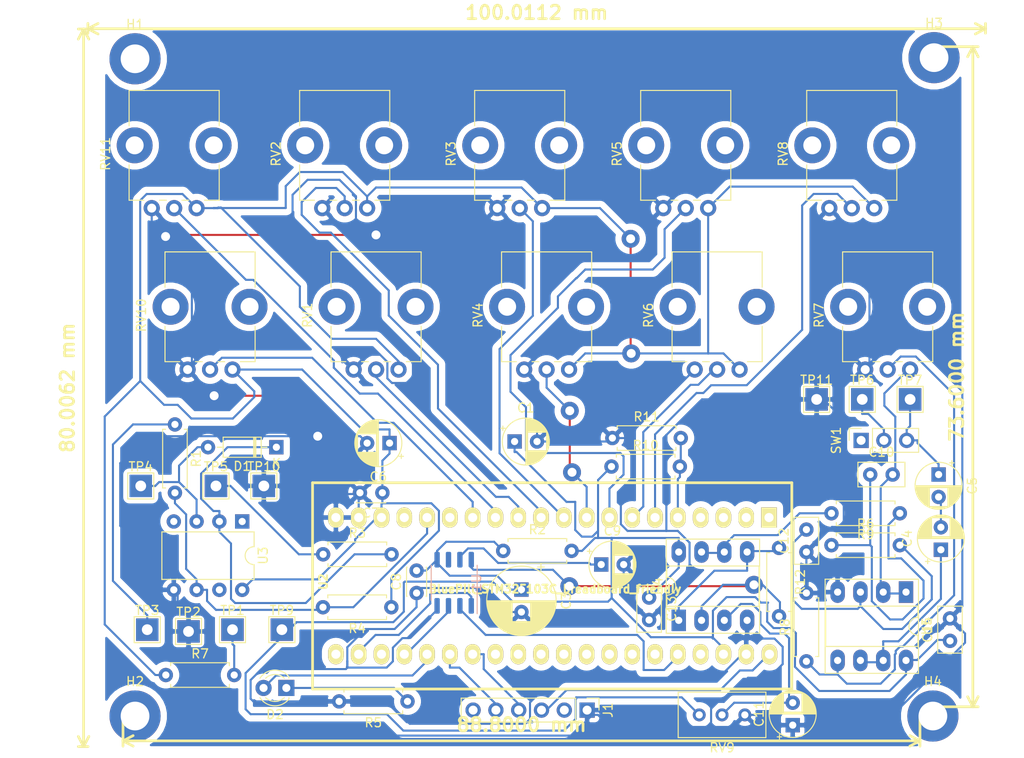
<source format=kicad_pcb>
(kicad_pcb (version 20211014) (generator pcbnew)
  (layers (0 "F.Cu" signal) (31 "B.Cu" signal) (34 "B.Paste" user) (35 "F.Paste" user) (36 "B.SilkS" user "B.Silkscreen") (37 "F.SilkS" user "F.Silkscreen") (38 "B.Mask" user) (39 "F.Mask" user) (44 "Edge.Cuts" user))
  (net 0 "")
  (net 1 "Net-(D1-Pad1)")
  (net 2 "Net-(D1-Pad2)")
  (net 3 "Net-(RV6-Pad2)")
  (net 4 "Net-(RV5-Pad2)")
  (net 5 "Net-(RV4-Pad2)")
  (net 6 "Net-(RV3-Pad2)")
  (net 7 "Net-(RV2-Pad2)")
  (net 8 "Net-(RV1-Pad2)")
  (net 9 "Net-(R1-Pad2)")
  (net 10 "+3V3")
  (net 11 "GND")
  (net 12 "Net-(D2-Pad2)")
  (net 13 "Net-(J1-Pad4)")
  (net 14 "Net-(J1-Pad3)")
  (net 15 "Net-(D2-Pad1)")
  (net 16 "Net-(R1-Pad1)")
  (net 17 "Net-(R3-Pad1)")
  (net 18 "Net-(R8-Pad1)")
  (net 19 "Net-(RV8-Pad2)")
  (net 20 "Net-(J1-Pad5)")
  (net 21 "DAC_out")
  (net 22 "Net-(R7-Pad2)")
  (net 23 "Net-(RV10-Pad2)")
  (net 24 "Net-(RV11-Pad2)")
  (net 25 "Net-(U1-Pad2)")
  (net 26 "Net-(U1-Pad3)")
  (net 27 "Net-(C4-Pad1)")
  (net 28 "Net-(C4-Pad2)")
  (net 29 "Net-(C5-Pad1)")
  (net 30 "Net-(R9-Pad2)")
  (net 31 "Net-(R10-Pad2)")
  (net 32 "Net-(C10-Pad1)")
  (net 33 "batt+")
  (net 34 "Net-(U1-Pad1)")
  (net 35 "Net-(C3-Pad1)")
  (net 36 "Net-(J1-Pad2)")
  (net 37 "Net-(J1-Pad6)")
  (net 38 "Net-(U2-Pad1)")
  (net 39 "Net-(U2-Pad2)")
  (net 40 "Net-(U2-Pad3)")
  (net 41 "Net-(U2-Pad4)")
  (net 42 "Net-(U2-Pad15)")
  (net 43 "Net-(U2-Pad17)")
  (net 44 "Net-(U2-Pad21)")
  (net 45 "Net-(U2-Pad23)")
  (net 46 "Net-(U2-Pad28)")
  (net 47 "Net-(U2-Pad29)")
  (net 48 "Net-(U2-Pad30)")
  (net 49 "Net-(U2-Pad31)")
  (net 50 "Net-(U2-Pad32)")
  (net 51 "Net-(U2-Pad33)")
  (net 52 "Net-(U2-Pad34)")
  (net 53 "Net-(U2-Pad35)")
  (net 54 "Net-(U2-Pad37)")
  (net 55 "Net-(U3-Pad4)")
  (net 56 "Net-(U3-Pad7)")
  (net 57 "Net-(U3-Pad1)")
  (net 58 "Net-(R12-Pad2)")
  (net 59 "Net-(C11-Pad2)")
  (net 60 "Net-(C9-Pad1)")
  (net 61 "/filter_out")
  (net 62 "Net-(C12-Pad2)")
  (net 63 "Net-(U1-Pad6)")
  (net 64 "Net-(SW1-Pad1)")
  (net 65 "Net-(SW1-Pad2)")
  (footprint "Diode_THT:D_DO-35_SOD27_P7.62mm_Horizontal" (layer "F.Cu") (at 64.389 65.659 180)
    (fp_text reference "D1")
    (fp_text value "1N914")
  )
  (footprint "LED_THT:LED_D3.0mm" (layer "F.Cu") (at 65.5 92.5 180)
    (fp_text reference "D2")
    (fp_text value "LED")
  )
  (footprint "Resistor_THT:R_Axial_DIN0207_L6.3mm_D2.5mm_P7.62mm_Horizontal" (layer "F.Cu") (at 53.086 63.119 -90)
    (fp_text reference "R1")
    (fp_text value "10")
  )
  (footprint "Resistor_THT:R_Axial_DIN0207_L6.3mm_D2.5mm_P7.62mm_Horizontal" (layer "F.Cu") (at 69.6 77.6)
    (fp_text reference "R3")
    (fp_text value "220")
  )
  (footprint "Resistor_THT:R_Axial_DIN0207_L6.3mm_D2.5mm_P7.62mm_Horizontal" (layer "F.Cu") (at 77.2 83.5 180)
    (fp_text reference "R4")
    (fp_text value "220")
  )
  (footprint "Resistor_THT:R_Axial_DIN0207_L6.3mm_D2.5mm_P7.62mm_Horizontal" (layer "F.Cu") (at 79 94 180)
    (fp_text reference "R5")
    (fp_text value "220")
  )
  (footprint "TestPoint:TestPoint_THTPad_2.5x2.5mm_Drill1.2mm" (layer "F.Cu") (at 59.5 86)
    (fp_text reference "TP1")
    (fp_text value "T4")
  )
  (footprint "TestPoint:TestPoint_THTPad_2.5x2.5mm_Drill1.2mm" (layer "F.Cu") (at 54.6 86.2)
    (fp_text reference "TP2")
    (fp_text value "T2")
  )
  (footprint "TestPoint:TestPoint_THTPad_2.5x2.5mm_Drill1.2mm" (layer "F.Cu") (at 50 86)
    (fp_text reference "TP3")
    (fp_text value "T5")
  )
  (footprint "TestPoint:TestPoint_THTPad_2.5x2.5mm_Drill1.2mm" (layer "F.Cu") (at 49.276 69.977)
    (fp_text reference "TP4")
    (fp_text value "IN5")
  )
  (footprint "TestPoint:TestPoint_THTPad_2.5x2.5mm_Drill1.2mm" (layer "F.Cu") (at 57.658 69.977)
    (fp_text reference "TP5")
    (fp_text value "IN4")
  )
  (footprint "TestPoint:TestPoint_THTPad_2.5x2.5mm_Drill1.2mm" (layer "F.Cu") (at 135.001 60.325)
    (fp_text reference "TP7")
    (fp_text value "outTip")
  )
  (footprint "TestPoint:TestPoint_THTPad_2.5x2.5mm_Drill1.2mm" (layer "F.Cu") (at 65 86)
    (fp_text reference "TP9")
    (fp_text value "Batt+")
  )
  (footprint "TestPoint:TestPoint_THTPad_2.5x2.5mm_Drill1.2mm" (layer "F.Cu") (at 62.992 69.977)
    (fp_text reference "TP10")
    (fp_text value "Batt-")
  )
  (footprint "TestPoint:TestPoint_THTPad_2.5x2.5mm_Drill1.2mm" (layer "F.Cu") (at 124.587 60.325)
    (fp_text reference "TP11")
    (fp_text value "GND")
  )
  (footprint "Resistor_THT:R_Axial_DIN0207_L6.3mm_D2.5mm_P7.62mm_Horizontal" (layer "F.Cu") (at 123.444 89.535 90)
    (fp_text reference "R8")
    (fp_text value "1k")
  )
  (footprint "Connector_PinHeader_2.54mm:PinHeader_1x06_P2.54mm_Vertical" (layer "F.Cu") (at 99.0092 94.9706 -90)
    (fp_text reference "J1")
    (fp_text value "Prog - GND")
  )
  (footprint "Resistor_THT:R_Axial_DIN0207_L6.3mm_D2.5mm_P7.62mm_Horizontal" (layer "F.Cu") (at 52.07 91.059)
    (fp_text reference "R7")
    (fp_text value "33")
  )
  (footprint "Resistor_THT:R_Axial_DIN0207_L6.3mm_D2.5mm_P7.62mm_Horizontal" (layer "F.Cu") (at 101.727 67.818)
    (fp_text reference "R10")
    (fp_text value "22k")
  )
  (footprint "Capacitor_THT:CP_Radial_D5.0mm_P2.50mm" (layer "F.Cu") (at 138.43 77.089 90)
    (fp_text reference "C4")
    (fp_text value "10u")
  )
  (footprint "Resistor_THT:R_Axial_DIN0207_L6.3mm_D2.5mm_P7.62mm_Horizontal" (layer "F.Cu") (at 101.827 64.639)
    (fp_text reference "R11")
    (fp_text value "22k")
  )
  (footprint "Capacitor_THT:CP_Radial_D5.0mm_P2.50mm" (layer "F.Cu") (at 138.176 68.707 -90)
    (fp_text reference "C5")
    (fp_text value "10u")
  )
  (footprint "Capacitor_THT:CP_Radial_D5.0mm_P2.50mm" (layer "F.Cu") (at 77 65.2 180)
    (fp_text reference "C6")
    (fp_text value "100u chem")
  )
  (footprint "Capacitor_THT:C_Disc_D3.0mm_W2.0mm_P2.50mm" (layer "F.Cu") (at 76.2 70.739 180)
    (fp_text reference "C7")
    (fp_text value "0.1u ceram")
  )
  (footprint "Package_DIP:DIP-8_W7.62mm" (layer "F.Cu") (at 60.579 73.9394 -90)
    (fp_text reference "U3")
    (fp_text value "6N138")
  )
  (footprint "Capacitor_THT:CP_Radial_D7.5mm_P2.50mm" (layer "F.Cu") (at 91.694 81.534 -90)
    (fp_text reference "C3")
    (fp_text value "1000uF")
  )
  (footprint "Package_DIP:DIP-8_W7.62mm_Socket_LongPads" (layer "F.Cu") (at 109.22 84.963 90)
    (fp_text reference "U4")
    (fp_text value "TL072")
  )
  (footprint "Capacitor_THT:CP_Radial_D5.0mm_P2.50mm" (layer "F.Cu") (at 100.584 78.74)
    (fp_text reference "C9")
    (fp_text value "1u")
  )
  (footprint "Capacitor_THT:C_Disc_D5.0mm_W2.5mm_P2.50mm" (layer "F.Cu") (at 130.556 68.707)
    (fp_text reference "C10")
    (fp_text value "1000p")
  )
  (footprint "Capacitor_THT:CP_Radial_D5.0mm_P2.50mm" (layer "F.Cu") (at 121.92 96.647 90)
    (fp_text reference "C11")
    (fp_text value "10u")
  )
  (footprint "Capacitor_THT:C_Disc_D5.0mm_W2.5mm_P2.50mm" (layer "F.Cu") (at 123.444 77.343 90)
    (fp_text reference "C12")
    (fp_text value "680p")
  )
  (footprint "Capacitor_THT:C_Disc_D5.0mm_W2.5mm_P2.50mm" (layer "F.Cu") (at 105.918 82.423 -90)
    (fp_text reference "C13")
    (fp_text value "100n")
  )
  (footprint "Capacitor_THT:C_Disc_D5.0mm_W2.5mm_P2.50mm" (layer "F.Cu") (at 139.446 87.249 90)
    (fp_text reference "C14")
    (fp_text value "100n")
  )
  (footprint "Resistor_THT:R_Axial_DIN0207_L6.3mm_D2.5mm_P7.62mm_Horizontal" (layer "F.Cu") (at 126.238 76.581)
    (fp_text reference "R6")
    (fp_text value "10k")
  )
  (footprint "Resistor_THT:R_Axial_DIN0207_L6.3mm_D2.5mm_P7.62mm_Horizontal" (layer "F.Cu") (at 133.858 73.025 180)
    (fp_text reference "R9")
    (fp_text value "10k")
  )
  (footprint "Resistor_THT:R_Axial_DIN0207_L6.3mm_D2.5mm_P7.62mm_Horizontal" (layer "F.Cu") (at 120.396 76.8858 -90)
    (fp_text reference "R12")
    (fp_text value "2.2k")
  )
  (footprint "Potentiometer_THT:Potentiometer_Bourns_3296W_Vertical" (layer "F.Cu") (at 111.506 95.504 180)
    (fp_text reference "RV9")
    (fp_text value "1k - bias")
  )
  (footprint "Package_DIP:DIP-8_W7.62mm_Socket_LongPads" (layer "F.Cu") (at 134.544 81.8136 -90)
    (fp_text reference "U5")
    (fp_text value "TL072")
  )
  (footprint "Connector_PinSocket_2.54mm:PinSocket_1x03_P2.54mm_Vertical" (layer "F.Cu") (at 129.54 64.897 90)
    (fp_text reference "SW1")
    (fp_text value "SW_SPDT")
  )
  (footprint "TestPoint:TestPoint_THTPad_2.5x2.5mm_Drill1.2mm" (layer "F.Cu") (at 129.667 60.325)
    (fp_text reference "TP6")
    (fp_text value "outRing")
  )
  (footprint "Capacitor_THT:C_Disc_D3.0mm_W2.0mm_P2.50mm" (layer "F.Cu") (at 80.01 81.915 90)
    (fp_text reference "C8")
    (fp_text value "100n")
  )
  (footprint "BluePill:BluePill_STM32F103C_breadboard_friendly" (layer "F.Cu") (at 119.23 73.5 -90)
    (fp_text reference "U2")
    (fp_text value "BluePill_STM32F103C_breadboard_friendly")
  )
  (footprint "MountingHole:MountingHole_3.2mm_M3_ISO7380_Pad" (layer "F.Cu") (at 48.641 22.352)
    (fp_text reference "H1")
    (fp_text value "MountingHole")
  )
  (footprint "MountingHole:MountingHole_3.2mm_M3_ISO7380_Pad" (layer "F.Cu") (at 48.641 95.631)
    (fp_text reference "H2")
    (fp_text value "MountingHole")
  )
  (footprint "MountingHole:MountingHole_3.2mm_M3_ISO7380_Pad" (layer "F.Cu") (at 137.668 22.225)
    (fp_text reference "H3")
    (fp_text value "MountingHole")
  )
  (footprint "MountingHole:MountingHole_3.2mm_M3_ISO7380_Pad" (layer "F.Cu") (at 137.541 95.631)
    (fp_text reference "H4")
    (fp_text value "MountingHole")
  )
  (footprint "Capacitor_THT:CP_Radial_D5.0mm_P2.50mm" (layer "F.Cu") (at 90.932 65.024)
    (fp_text reference "C1")
    (fp_text value "100u")
  )
  (footprint "Resistor_THT:R_Axial_DIN0207_L6.3mm_D2.5mm_P7.62mm_Horizontal" (layer "F.Cu") (at 89.662 77.216)
    (fp_text reference "R2")
    (fp_text value "10")
  )
  (footprint "Potentiometer_THT:Potentiometer_Alps_RK09K_Single_Vertical" (layer "F.Cu") (at 78 57 90)
    (fp_text reference "RV1")
    (fp_text value "10K")
  )
  (footprint "Potentiometer_THT:Potentiometer_Alps_RK09K_Single_Vertical" (layer "F.Cu") (at 74.5 39 90)
    (fp_text reference "RV2")
    (fp_text value "10K")
  )
  (footprint "Potentiometer_THT:Potentiometer_Alps_RK09K_Single_Vertical" (layer "F.Cu") (at 94 39 90)
    (fp_text reference "RV3")
    (fp_text value "10K")
  )
  (footprint "Potentiometer_THT:Potentiometer_Alps_RK09K_Single_Vertical" (layer "F.Cu") (at 97 57 90)
    (fp_text reference "RV4")
    (fp_text value "10K")
  )
  (footprint "Potentiometer_THT:Potentiometer_Alps_RK09K_Single_Vertical" (layer "F.Cu") (at 112.5 39 90)
    (fp_text reference "RV5")
    (fp_text value "10K")
  )
  (footprint "Potentiometer_THT:Potentiometer_Alps_RK09K_Single_Vertical" (layer "F.Cu") (at 116 57 90)
    (fp_text reference "RV6")
    (fp_text value "10K")
  )
  (footprint "Potentiometer_THT:Potentiometer_Alps_RK09K_Single_Vertical" (layer "F.Cu") (at 135 57 90)
    (fp_text reference "RV7")
    (fp_text value "10K")
  )
  (footprint "Potentiometer_THT:Potentiometer_Alps_RK09K_Single_Vertical" (layer "F.Cu") (at 131 39 90)
    (fp_text reference "RV8")
    (fp_text value "10K")
  )
  (footprint "Potentiometer_THT:Potentiometer_Alps_RK09K_Single_Vertical" (layer "F.Cu") (at 59.5 57 90)
    (fp_text reference "RV10")
    (fp_text value "10K")
  )
  (footprint "Potentiometer_THT:Potentiometer_Alps_RK09K_Single_Vertical" (layer "F.Cu") (at 55.5 39 90)
    (fp_text reference "RV11")
    (fp_text value "10K")
  )
  (footprint "Package_SO:SO-8_3.9x4.9mm_P1.27mm" (layer "B.Cu") (at 84.201 80.772 90)
    (fp_text reference "U1")
    (fp_text value "TDA1387")
  )
  (dimension (type aligned) (layer "F.SilkS") (pts (xy 43.408361 99.036718) (xy 43.408361 19.030469)) (height -0.499999) (gr_text "80.0062 mm" (at 41.108362 59.033594 90) (layer "F.SilkS") (effects (font (size 1.5 1.5) (thickness 0.3)))) (format (units 2) (units_format 1) (precision 4)) (style (thickness 0.3) (arrow_length 1.27) (text_position_mode 0) (extension_height 0.58642) (extension_offset 0) keep_text_aligned))
  (dimension (type aligned) (layer "F.SilkS") (pts (xy 47.3 95.6) (xy 136.1 95.6)) (height 2.8) (gr_text "88.8000 mm" (at 91.7 96.6) (layer "F.SilkS") (effects (font (size 1.5 1.5) (thickness 0.3)))) (format (units 2) (units_format 1) (precision 4)) (style (thickness 0.3) (arrow_length 1.27) (text_position_mode 0) (extension_height 0.58642) (extension_offset 0) keep_text_aligned))
  (dimension (type aligned) (layer "F.SilkS") (pts (xy 137.6 94.6) (xy 137.6 21)) (height 4.395385) (gr_text "73.6000 mm" (at 140.195385 57.8 90) (layer "F.SilkS") (effects (font (size 1.5 1.5) (thickness 0.3)))) (format (units 2) (units_format 1) (precision 4)) (style (thickness 0.3) (arrow_length 1.27) (text_position_mode 0) (extension_height 0.58642) (extension_offset 0) keep_text_aligned))
  (dimension (type aligned) (layer "F.SilkS") (pts (xy 143.400711 19.5) (xy 43.389462 19.5)) (height 0.5) (gr_text "100.0112 mm" (at 93.395087 17.2) (layer "F.SilkS") (effects (font (size 1.5 1.5) (thickness 0.3)))) (format (units 2) (units_format 1) (precision 4)) (style (thickness 0.3) (arrow_length 1.27) (text_position_mode 0) (extension_height 0.58642) (extension_offset 0) keep_text_aligned))
  (segment (start 59.3344 76.4001) (end 59.3344 82.5754) (width 0.23) (layer "B.Cu") (net 1))
  (segment (start 67.6656 83.0326) (end 73.0982 77.6) (width 0.23) (layer "B.Cu") (net 1))
  (segment (start 59.3344 82.5754) (end 59.7916 83.0326) (width 0.23) (layer "B.Cu") (net 1))
  (segment (start 58.039 73.3567) (end 58.039 72.7741) (width 0.23) (layer "B.Cu") (net 1))
  (segment (start 55.9973 68.6136) (end 55.9973 71.3987) (width 0.23) (layer "B.Cu") (net 1))
  (segment (start 73.0982 77.6) (end 77.22 77.6) (width 0.23) (layer "B.Cu") (net 1))
  (segment (start 58.9519 65.659) (end 55.9973 68.6136) (width 0.23) (layer "B.Cu") (net 1))
  (segment (start 55.9973 71.3987) (end 57.3727 72.7741) (width 0.23) (layer "B.Cu") (net 1))
  (segment (start 58.039 73.9394) (end 58.039 75.1047) (width 0.23) (layer "B.Cu") (net 1))
  (segment (start 58.039 75.1047) (end 59.3344 76.4001) (width 0.23) (layer "B.Cu") (net 1))
  (segment (start 59.7916 83.0326) (end 67.6656 83.0326) (width 0.23) (layer "B.Cu") (net 1))
  (segment (start 57.3727 72.7741) (end 58.039 72.7741) (width 0.23) (layer "B.Cu") (net 1))
  (segment (start 58.039 73.3567) (end 58.039 73.9394) (width 0.23) (layer "B.Cu") (net 1))
  (segment (start 64.389 65.659) (end 58.9519 65.659) (width 0.23) (layer "B.Cu") (net 1))
  (segment (start 56.769 65.659) (end 55.6037 65.659) (width 0.23) (layer "B.Cu") (net 2))
  (segment (start 55.499 71.5011) (end 55.499 73.9394) (width 0.23) (layer "B.Cu") (net 2))
  (segment (start 53.543 67.7197) (end 55.6037 65.659) (width 0.23) (layer "B.Cu") (net 2))
  (segment (start 53.543 69.5451) (end 53.543 67.7197) (width 0.23) (layer "B.Cu") (net 2))
  (segment (start 53.543 69.5451) (end 55.499 71.5011) (width 0.23) (layer "B.Cu") (net 2))
  (segment (start 49.276 69.977) (end 50.8913 69.977) (width 0.23) (layer "B.Cu") (net 2))
  (segment (start 53.543 69.5451) (end 51.3232 69.5451) (width 0.23) (layer "B.Cu") (net 2))
  (segment (start 51.3232 69.5451) (end 50.8913 69.977) (width 0.23) (layer "B.Cu") (net 2))
  (segment (start 113.1038 57) (end 111.4044 58.6994) (width 0.23) (layer "B.Cu") (net 3))
  (segment (start 105.2697 72.2711) (end 104.0408 73.5) (width 0.23) (layer "B.Cu") (net 3))
  (segment (start 113.5 57) (end 113.1038 57) (width 0.23) (layer "B.Cu") (net 3))
  (segment (start 105.2697 63.9705) (end 105.2697 72.2711) (width 0.23) (layer "B.Cu") (net 3))
  (segment (start 111.4044 58.6994) (end 110.5408 58.6994) (width 0.23) (layer "B.Cu") (net 3))
  (segment (start 110.5408 58.6994) (end 105.2697 63.9705) (width 0.23) (layer "B.Cu") (net 3))
  (segment (start 103.0732 68.7089) (end 103.0732 66.675) (width 0.23) (layer "B.Cu") (net 4))
  (segment (start 92.202 61.1968) (end 90.4748 59.4696) (width 0.23) (layer "B.Cu") (net 4))
  (segment (start 90.4748 59.4696) (end 90.4748 55.3974) (width 0.23) (layer "B.Cu") (net 4))
  (segment (start 90.4748 55.3974) (end 95.758 50.1142) (width 0.23) (layer "B.Cu") (net 4))
  (segment (start 97.8408 46.8122) (end 98.806 45.847) (width 0.23) (layer "B.Cu") (net 4))
  (segment (start 97.79 46.8122) (end 97.8408 46.8122) (width 0.23) (layer "B.Cu") (net 4))
  (segment (start 102.7048 66.3066) (end 92.494 66.3066) (width 0.23) (layer "B.Cu") (net 4))
  (segment (start 107.6452 41.3548) (end 110 39) (width 0.23) (layer "B.Cu") (net 4))
  (segment (start 98.806 45.847) (end 106.3244 45.847) (width 0.23) (layer "B.Cu") (net 4))
  (segment (start 92.202 66.0146) (end 92.202 61.1968) (width 0.23) (layer "B.Cu") (net 4))
  (segment (start 103.0732 66.675) (end 102.7048 66.3066) (width 0.23) (layer "B.Cu") (net 4))
  (segment (start 92.494 66.3066) (end 92.202 66.0146) (width 0.23) (layer "B.Cu") (net 4))
  (segment (start 107.6452 44.5262) (end 107.6452 41.3548) (width 0.23) (layer "B.Cu") (net 4))
  (segment (start 106.3244 45.847) (end 107.6452 44.5262) (width 0.23) (layer "B.Cu") (net 4))
  (segment (start 101.5008 70.2813) (end 103.0732 68.7089) (width 0.23) (layer "B.Cu") (net 4))
  (segment (start 95.758 50.1142) (end 95.758 48.8442) (width 0.23) (layer "B.Cu") (net 4))
  (segment (start 101.5008 73.5) (end 101.5008 70.2813) (width 0.23) (layer "B.Cu") (net 4))
  (segment (start 95.758 48.8442) (end 97.79 46.8122) (width 0.23) (layer "B.Cu") (net 4))
  (segment (start 97.0788 61.595) (end 97.0788 68.199) (width 0.23) (layer "F.Cu") (net 5))
  (segment (start 97.0788 68.199) (end 97.3328 68.453) (width 0.23) (layer "F.Cu") (net 5))
  (via (at 97.3328 68.453) (size 2) (drill 1) (layers "F.Cu" "B.Cu") (net 5))
  (via (at 97.0788 61.595) (size 2) (drill 1) (layers "F.Cu" "B.Cu") (net 5))
  (segment (start 97.0788 61.595) (end 97.3836 61.8998) (width 0.23) (layer "B.Cu") (net 5))
  (segment (start 97.3328 68.453) (end 97.3328 68.453) (width 0.23) (layer "B.Cu") (net 5))
  (segment (start 98.9608 73.5) (end 98.9608 70.081) (width 0.23) (layer "B.Cu") (net 5))
  (segment (start 94.5 57) (end 94.5 59.0162) (width 0.23) (layer "B.Cu") (net 5))
  (segment (start 94.5 59.0162) (end 97.0788 61.595) (width 0.23) (layer "B.Cu") (net 5))
  (segment (start 98.9608 70.081) (end 97.3328 68.453) (width 0.23) (layer "B.Cu") (net 5))
  (segment (start 92.964 40.464) (end 91.5 39) (width 0.23) (layer "B.Cu") (net 6))
  (segment (start 96.4208 73.5) (end 89.2556 66.3348) (width 0.23) (layer "B.Cu") (net 6))
  (segment (start 89.2556 66.3348) (end 89.2556 54.7176) (width 0.23) (layer "B.Cu") (net 6))
  (segment (start 89.2556 54.7176) (end 92.964 51.0092) (width 0.23) (layer "B.Cu") (net 6))
  (segment (start 92.964 51.0092) (end 92.964 40.464) (width 0.23) (layer "B.Cu") (net 6))
  (segment (start 76.9112 48.1838) (end 70.4596 41.7322) (width 0.23) (layer "B.Cu") (net 7))
  (segment (start 93.8808 73.5) (end 93.8808 72.8209) (width 0.23) (layer "B.Cu") (net 7))
  (segment (start 72 37.6846) (end 72 39) (width 0.23) (layer "B.Cu") (net 7))
  (segment (start 82.3952 61.3353) (end 82.3952 56.4618) (width 0.23) (layer "B.Cu") (net 7))
  (segment (start 70.4596 41.7322) (end 69.1896 41.7322) (width 0.23) (layer "B.Cu") (net 7))
  (segment (start 82.3952 56.4618) (end 76.9112 50.9778) (width 0.23) (layer "B.Cu") (net 7))
  (segment (start 69.1896 41.7322) (end 67.2084 39.751) (width 0.23) (layer "B.Cu") (net 7))
  (segment (start 76.9112 50.9778) (end 76.9112 48.1838) (width 0.23) (layer "B.Cu") (net 7))
  (segment (start 93.8808 72.8209) (end 82.3952 61.3353) (width 0.23) (layer "B.Cu") (net 7))
  (segment (start 67.2084 38.3286) (end 68.7832 36.7538) (width 0.23) (layer "B.Cu") (net 7))
  (segment (start 67.2084 39.751) (end 67.2084 38.3286) (width 0.23) (layer "B.Cu") (net 7))
  (segment (start 68.7832 36.7538) (end 71.0692 36.7538) (width 0.23) (layer "B.Cu") (net 7))
  (segment (start 71.0692 36.7538) (end 72 37.6846) (width 0.23) (layer "B.Cu") (net 7))
  (segment (start 75.5 57.847) (end 75.5 57) (width 0.23) (layer "B.Cu") (net 8))
  (segment (start 90.2716 71.1962) (end 88.8492 71.1962) (width 0.23) (layer "B.Cu") (net 8))
  (segment (start 88.8492 71.1962) (end 75.5 57.847) (width 0.23) (layer "B.Cu") (net 8))
  (segment (start 91.3408 72.2654) (end 90.2716 71.1962) (width 0.23) (layer "B.Cu") (net 8))
  (segment (start 91.3408 73.5) (end 91.3408 72.2654) (width 0.23) (layer "B.Cu") (net 8))
  (segment (start 72.9679 83.5) (end 69.58 83.5) (width 0.23) (layer "B.Cu") (net 9))
  (segment (start 53.086 70.739) (end 53.086 71.9043) (width 0.23) (layer "B.Cu") (net 9))
  (segment (start 56.6643 81.5594) (end 55.499 81.5594) (width 0.23) (layer "B.Cu") (net 9))
  (segment (start 55.499 81.5594) (end 55.499 80.3941) (width 0.23) (layer "B.Cu") (net 9))
  (segment (start 81.1808 73.5) (end 81.1808 75.2871) (width 0.23) (layer "B.Cu") (net 9))
  (segment (start 54.3337 73.152) (end 53.086 71.9043) (width 0.23) (layer "B.Cu") (net 9))
  (segment (start 54.3337 79.2288) (end 54.3337 73.152) (width 0.23) (layer "B.Cu") (net 9))
  (segment (start 56.6643 82.8009) (end 56.6643 81.5594) (width 0.23) (layer "B.Cu") (net 9))
  (segment (start 81.1808 75.2871) (end 72.9679 83.5) (width 0.23) (layer "B.Cu") (net 9))
  (segment (start 69.2854 83.7946) (end 57.658 83.7946) (width 0.23) (layer "B.Cu") (net 9))
  (segment (start 69.58 83.5) (end 69.2854 83.7946) (width 0.23) (layer "B.Cu") (net 9))
  (segment (start 55.499 80.3941) (end 54.3337 79.2288) (width 0.23) (layer "B.Cu") (net 9))
  (segment (start 57.658 83.7946) (end 56.6643 82.8009) (width 0.23) (layer "B.Cu") (net 9))
  (segment (start 103.8606 55.137) (end 103.9273 55.2037) (width 0.23) (layer "F.Cu") (net 10))
  (segment (start 103.8606 42.418) (end 103.8606 55.137) (width 0.23) (layer "F.Cu") (net 10))
  (via (at 103.8606 42.418) (size 2) (drill 1) (layers "F.Cu" "B.Cu") (net 10))
  (via (at 103.9273 55.2037) (size 2) (drill 1) (layers "F.Cu" "B.Cu") (net 10))
  (segment (start 103.9273 55.2037) (end 98.7963 55.2037) (width 0.23) (layer "B.Cu") (net 10))
  (segment (start 103.8606 42.418) (end 103.9368 42.4942) (width 0.23) (layer "B.Cu") (net 10))
  (segment (start 61.9252 59.4252) (end 59.5 57) (width 0.23) (layer "B.Cu") (net 10))
  (segment (start 77.2 80.2636) (end 82.4992 74.9644) (width 0.23) (layer "B.Cu") (net 10))
  (segment (start 58.2168 38.9382) (end 57.912 38.9382) (width 0.23) (layer "B.Cu") (net 10))
  (segment (start 75.5868 73.5) (end 73.1676 75.9192) (width 0.23) (layer "B.Cu") (net 10))
  (segment (start 112.5 39) (end 112.5 55.2037) (width 0.23) (layer "B.Cu") (net 10))
  (segment (start 49.2162 58.2779) (end 49.2162 38.1471) (width 0.23) (layer "B.Cu") (net 10))
  (segment (start 81.6575 71.9105) (end 76.2 71.9105) (width 0.23) (layer "B.Cu") (net 10))
  (segment (start 50.9016 91.059) (end 45.2628 85.4202) (width 0.23) (layer "B.Cu") (net 10))
  (segment (start 77 65.2) (end 77 66.3653) (width 0.23) (layer "B.Cu") (net 10))
  (segment (start 68.9834 80.394) (end 61.7444 80.394) (width 0.23) (layer "B.Cu") (net 10))
  (segment (start 53.9269 37.4269) (end 55.5 39) (width 0.23) (layer "B.Cu") (net 10))
  (segment (start 76.1008 73.0598) (end 76.1008 72.0097) (width 0.23) (layer "B.Cu") (net 10))
  (segment (start 100.4426 39) (end 103.8606 42.418) (width 0.23) (layer "B.Cu") (net 10))
  (segment (start 73.93975 63.6778) (end 77 63.6778) (width 0.23) (layer "B.Cu") (net 10))
  (segment (start 70.5612 53.5686) (end 67.0052 50.0126) (width 0.23) (layer "B.Cu") (net 10))
  (segment (start 67.0052 34.9758) (end 65.4304 36.5506) (width 0.23) (layer "B.Cu") (net 10))
  (segment (start 116 57) (end 114.2037 55.2037) (width 0.23) (layer "B.Cu") (net 10))
  (segment (start 61.7444 80.394) (end 60.579 81.5594) (width 0.23) (layer "B.Cu") (net 10))
  (segment (start 74.5 39) (end 74.5 37.6969) (width 0.23) (layer "B.Cu") (net 10))
  (segment (start 114.2037 55.2037) (end 112.5 55.2037) (width 0.23) (layer "B.Cu") (net 10))
  (segment (start 65.4304 38.989) (end 57.426 38.989) (width 0.23) (layer "B.Cu") (net 10))
  (segment (start 49.9364 37.4269) (end 53.9269 37.4269) (width 0.23) (layer "B.Cu") (net 10))
  (segment (start 45.2628 85.4202) (end 45.2628 62.2313) (width 0.23) (layer "B.Cu") (net 10))
  (segment (start 59.5376 62.4586) (end 61.9252 60.071) (width 0.23) (layer "B.Cu") (net 10))
  (segment (start 51.8729 60.9346) (end 53.3908 60.9346) (width 0.23) (layer "B.Cu") (net 10))
  (segment (start 94 39) (end 91.703 36.703) (width 0.23) (layer "B.Cu") (net 10))
  (segment (start 76.1008 73.0598) (end 76.1008 73.5) (width 0.23) (layer "B.Cu") (net 10))
  (segment (start 77.2 83.5) (end 77.2 80.2636) (width 0.23) (layer "B.Cu") (net 10))
  (segment (start 112.5 55.2037) (end 103.9273 55.2037) (width 0.23) (layer "B.Cu") (net 10))
  (segment (start 49.2162 58.2779) (end 51.8729 60.9346) (width 0.23) (layer "B.Cu") (net 10))
  (segment (start 65.4304 36.5506) (end 65.4304 38.989) (width 0.23) (layer "B.Cu") (net 10))
  (segment (start 78 56.0798) (end 75.4888 53.5686) (width 0.23) (layer "B.Cu") (net 10))
  (segment (start 45.2628 62.2313) (end 49.2162 58.2779) (width 0.23) (layer "B.Cu") (net 10))
  (segment (start 53.3908 60.9346) (end 54.9148 62.4586) (width 0.23) (layer "B.Cu") (net 10))
  (segment (start 114.8986 36.6014) (end 128.6014 36.6014) (width 0.23) (layer "B.Cu") (net 10))
  (segment (start 98.7963 55.2037) (end 97 57) (width 0.23) (layer "B.Cu") (net 10))
  (segment (start 57.912 38.9382) (end 57.8502 39) (width 0.23) (layer "B.Cu") (net 10))
  (segment (start 91.703 36.703) (end 75.4939 36.703) (width 0.23) (layer "B.Cu") (net 10))
  (segment (start 76.1008 72.0097) (end 76.2 71.9105) (width 0.23) (layer "B.Cu") (net 10))
  (segment (start 61.9252 60.071) (end 61.9252 59.4252) (width 0.23) (layer "B.Cu") (net 10))
  (segment (start 67.0052 50.0126) (end 67.0052 47.7266) (width 0.23) (layer "B.Cu") (net 10))
  (segment (start 75.4939 36.703) (end 74.5 37.6969) (width 0.23) (layer "B.Cu") (net 10))
  (segment (start 76.2 71.9105) (end 76.2 70.739) (width 0.23) (layer "B.Cu") (net 10))
  (segment (start 74.5 37.6969) (end 71.7789 34.9758) (width 0.23) (layer "B.Cu") (net 10))
  (segment (start 67.26195 57) (end 73.93975 63.6778) (width 0.23) (layer "B.Cu") (net 10))
  (segment (start 71.7789 34.9758) (end 67.0052 34.9758) (width 0.23) (layer "B.Cu") (net 10))
  (segment (start 76.2 67.1653) (end 76.2 70.739) (width 0.23) (layer "B.Cu") (net 10))
  (segment (start 77 63.6778) (end 77 65.2) (width 0.23) (layer "B.Cu") (net 10))
  (segment (start 57.8502 39) (end 57.415 39) (width 0.23) (layer "B.Cu") (net 10))
  (segment (start 82.4992 74.9644) (end 82.4992 72.7522) (width 0.23) (layer "B.Cu") (net 10))
  (segment (start 54.9148 62.4586) (end 59.5376 62.4586) (width 0.23) (layer "B.Cu") (net 10))
  (segment (start 112.5 39) (end 114.8986 36.6014) (width 0.23) (layer "B.Cu") (net 10))
  (segment (start 75.4888 53.5686) (end 70.5612 53.5686) (width 0.23) (layer "B.Cu") (net 10))
  (segment (start 49.2162 38.1471) (end 49.9364 37.4269) (width 0.23) (layer "B.Cu") (net 10))
  (segment (start 77 66.3653) (end 76.2 67.1653) (width 0.23) (layer "B.Cu") (net 10))
  (segment (start 57.415 39) (end 55.5 39) (width 0.23) (layer "B.Cu") (net 10))
  (segment (start 128.6014 36.6014) (end 131 39) (width 0.23) (layer "B.Cu") (net 10))
  (segment (start 57.426 38.989) (end 57.415 39) (width 0.23) (layer "B.Cu") (net 10))
  (segment (start 59.5 57) (end 67.26195 57) (width 0.23) (layer "B.Cu") (net 10))
  (segment (start 94 39) (end 100.4426 39) (width 0.23) (layer "B.Cu") (net 10))
  (segment (start 52.07 91.059) (end 50.9016 91.059) (width 0.23) (layer "B.Cu") (net 10))
  (segment (start 73.1676 76.2098) (end 68.9834 80.394) (width 0.23) (layer "B.Cu") (net 10))
  (segment (start 73.1676 75.9192) (end 73.1676 76.2098) (width 0.23) (layer "B.Cu") (net 10))
  (segment (start 82.4992 72.7522) (end 81.6575 71.9105) (width 0.23) (layer "B.Cu") (net 10))
  (segment (start 67.0052 47.7266) (end 58.2168 38.9382) (width 0.23) (layer "B.Cu") (net 10))
  (segment (start 76.1008 73.5) (end 75.5868 73.5) (width 0.23) (layer "B.Cu") (net 10))
  (segment (start 78 57) (end 78 56.0798) (width 0.23) (layer "B.Cu") (net 10))
  (segment (start 57.4548 59.9186) (end 64.4826 59.9186) (width 0.23) (layer "F.Cu") (net 11))
  (segment (start 52.2224 41.9862) (end 52.0446 42.164) (width 0.23) (layer "F.Cu") (net 11))
  (segment (start 75.4888 41.9862) (end 52.2224 41.9862) (width 0.23) (layer "F.Cu") (net 11))
  (segment (start 64.4826 59.9186) (end 68.9951 64.4311) (width 0.23) (layer "F.Cu") (net 11))
  (via (at 75.4888 41.9862) (size 2) (drill 1) (layers "F.Cu" "B.Cu") (net 11))
  (via (at 52.0446 42.164) (size 2) (drill 1) (layers "F.Cu" "B.Cu") (net 11))
  (via (at 57.4548 59.9186) (size 2) (drill 1) (layers "F.Cu" "B.Cu") (net 11))
  (via (at 68.9951 64.4311) (size 2) (drill 1) (layers "F.Cu" "B.Cu") (net 11))
  (segment (start 52.0446 42.164) (end 54.9726 45.092) (width 0.23) (layer "B.Cu") (net 11))
  (segment (start 75.4888 41.9862) (end 75.4888 41.9862) (width 0.23) (layer "B.Cu") (net 11))
  (segment (start 57.4548 59.9186) (end 57.4548 59.9186) (width 0.23) (layer "B.Cu") (net 11))
  (segment (start 130.1496 35.5854) (end 110.9146 35.5854) (width 0.23) (layer "B.Cu") (net 11))
  (segment (start 77.5716 85.9282) (end 80.01 83.4898) (width 0.23) (layer "B.Cu") (net 11))
  (segment (start 57.3532 59.817) (end 57.4548 59.9186) (width 0.23) (layer "B.Cu") (net 11))
  (segment (start 75.3364 41.1226) (end 75.3364 41.8338) (width 0.23) (layer "B.Cu") (net 11))
  (segment (start 103.518 74.9904) (end 102.7708 74.2432) (width 0.23) (layer "B.Cu") (net 11))
  (segment (start 116.8005 87.2497) (end 116.7408 87.2497) (width 0.23) (layer "B.Cu") (net 11))
  (segment (start 116.7408 88.2998) (end 113.6768 91.3638) (width 0.23) (layer "B.Cu") (net 11))
  (segment (start 92.65 94.1162) (end 92.65 95.9692) (width 0.23) (layer "B.Cu") (net 11))
  (segment (start 140.8176 83.3774) (end 139.446 84.749) (width 0.23) (layer "B.Cu") (net 11))
  (segment (start 73.7311 64.4311) (end 68.9951 64.4311) (width 0.23) (layer "B.Cu") (net 11))
  (segment (start 110.4269 76.2997) (end 109.1176 74.9904) (width 0.23) (layer "B.Cu") (net 11))
  (segment (start 72.2908 90.147) (end 72.2908 89.5126) (width 0.23) (layer "B.Cu") (net 11))
  (segment (start 101.5655 96.8502) (end 100.2153 95.5) (width 0.23) (layer "B.Cu") (net 11))
  (segment (start 120.8024 89.8398) (end 120.8024 87.9094) (width 0.23) (layer "B.Cu") (net 11))
  (segment (start 73 57) (end 74.6534 55.3466) (width 0.23) (layer "B.Cu") (net 11))
  (segment (start 116.586 95.504) (end 115.2398 96.8502) (width 0.23) (layer "B.Cu") (net 11))
  (segment (start 130 57) (end 129.5273 57) (width 0.23) (layer "B.Cu") (net 11))
  (segment (start 78.8924 58.4962) (end 79.6036 57.785) (width 0.23) (layer "B.Cu") (net 11))
  (segment (start 86.8774 41.1226) (end 89 39) (width 0.23) (layer "B.Cu") (net 11))
  (segment (start 139.446 84.749) (end 141.1224 86.4254) (width 0.23) (layer "B.Cu") (net 11))
  (segment (start 126.2888 74.549) (end 123.4948 77.343) (width 0.23) (layer "B.Cu") (net 11))
  (segment (start 72.2908 87.9587) (end 74.3213 85.9282) (width 0.23) (layer "B.Cu") (net 11))
  (segment (start 120.8024 87.9094) (end 119.888 86.995) (width 0.23) (layer "B.Cu") (net 11))
  (segment (start 103.9368 65.2148) (end 103.361 64.639) (width 0.23) (layer "B.Cu") (net 11))
  (segment (start 76.754999 56.155599) (end 76.754999 57.984399) (width 0.23) (layer "B.Cu") (net 11))
  (segment (start 119.888 86.995) (end 117.0552 86.995) (width 0.23) (layer "B.Cu") (net 11))
  (segment (start 73.5608 70.8782) (end 73.7 70.739) (width 0.23) (layer "B.Cu") (net 11))
  (segment (start 119.6117 95.504) (end 120.7547 96.647) (width 0.23) (layer "B.Cu") (net 11))
  (segment (start 54.9726 56.5274) (end 54.5 57) (width 0.23) (layer "B.Cu") (net 11))
  (segment (start 110.4269 80.4141) (end 110.4269 76.2997) (width 0.23) (layer "B.Cu") (net 11))
  (segment (start 113.6768 91.3638) (end 95.4024 91.3638) (width 0.23) (layer "B.Cu") (net 11))
  (segment (start 74.3213 85.9282) (end 77.5716 85.9282) (width 0.23) (layer "B.Cu") (net 11))
  (segment (start 75.3872 50.890452) (end 75.3872 49.1998) (width 0.23) (layer "B.Cu") (net 11))
  (segment (start 135.8392 54.4322) (end 140.8176 59.4106) (width 0.23) (layer "B.Cu") (net 11))
  (segment (start 69.5 39) (end 71.6226 41.1226) (width 0.23) (layer "B.Cu") (net 11))
  (segment (start 126.924 81.8136) (end 126.8226 81.915) (width 0.23) (layer "B.Cu") (net 11))
  (segment (start 74.5 65.2) (end 74.5 69.939) (width 0.23) (layer "B.Cu") (net 11))
  (segment (start 71.4248 35.8394) (end 73.254999 37.669599) (width 0.23) (layer "B.Cu") (net 11))
  (segment (start 105.918 84.923) (end 110.4269 80.4141) (width 0.23) (layer "B.Cu") (net 11))
  (segment (start 101.827 64.639) (end 101.442 65.024) (width 0.23) (layer "B.Cu") (net 11))
  (segment (start 129.5273 57) (end 126.2023 60.325) (width 0.23) (layer "B.Cu") (net 11))
  (segment (start 113.5888 94.0562) (end 114.2455 94.0562) (width 0.23) (layer "B.Cu") (net 11))
  (segment (start 122.9717 60.3251) (end 111.8107 60.3251) (width 0.23) (layer "B.Cu") (net 11))
  (segment (start 103.9368 69.723) (end 103.9368 65.2148) (width 0.23) (layer "B.Cu") (net 11))
  (segment (start 75.3872 49.1998) (end 66.1924 40.005) (width 0.23) (layer "B.Cu") (net 11))
  (segment (start 74.5 69.939) (end 73.7 70.739) (width 0.23) (layer "B.Cu") (net 11))
  (segment (start 92.1246 96.4946) (end 79.248 96.4946) (width 0.23) (layer "B.Cu") (net 11))
  (segment (start 129.3292 42.3292) (end 129.4857 42.3292) (width 0.23) (layer "B.Cu") (net 11))
  (segment (start 103.084 82.089) (end 103.084 78.74) (width 0.23) (layer "B.Cu") (net 11))
  (segment (start 72.2908 90.2438) (end 72.2908 89.5126) (width 0.23) (layer "B.Cu") (net 11))
  (segment (start 50.5 39) (end 50.5 40.6194) (width 0.23) (layer "B.Cu") (net 11))
  (segment (start 62.738 90.3986) (end 72.136 90.3986) (width 0.23) (layer "B.Cu") (net 11))
  (segment (start 122.9717 60.325) (end 122.9717 60.3251) (width 0.23) (layer "B.Cu") (net 11))
  (segment (start 80.5688 81.3562) (end 87.5284 81.3562) (width 0.23) (layer "B.Cu") (net 11))
  (segment (start 99 95.5) (end 99.6077 95.5) (width 0.23) (layer "B.Cu") (net 11))
  (segment (start 73.254999 37.669599) (end 73.254999 40.209599) (width 0.23) (layer "B.Cu") (net 11))
  (segment (start 53.3908 83.3755) (end 53.3908 81.5594) (width 0.23) (layer "B.Cu") (net 11))
  (segment (start 114.2455 94.0562) (end 116.9379 91.3638) (width 0.23) (layer "B.Cu") (net 11))
  (segment (start 116.7408 88.2998) (end 116.7408 87.2497) (width 0.23) (layer "B.Cu") (net 11))
  (segment (start 60.706 97.8154) (end 97.2923 97.8154) (width 0.23) (layer "B.Cu") (net 11))
  (segment (start 124.587 60.325) (end 125.342 60.325) (width 0.23) (layer "B.Cu") (net 11))
  (segment (start 77.3708 88.0086) (end 77.3708 89.5304) (width 0.23) (layer "B.Cu") (net 11))
  (segment (start 73.5608 73.5) (end 73.5608 70.8782) (width 0.23) (layer "B.Cu") (net 11))
  (segment (start 97.2923 97.8154) (end 99.6077 95.5) (width 0.23) (layer "B.Cu") (net 11))
  (segment (start 124.587 60.325) (end 122.9717 60.325) (width 0.23) (layer "B.Cu") (net 11))
  (segment (start 95.4024 91.3638) (end 92.65 94.1162) (width 0.23) (layer "B.Cu") (net 11))
  (segment (start 112.9515 96.59) (end 112.8268 96.4653) (width 0.23) (layer "B.Cu") (net 11))
  (segment (start 127.3556 74.549) (end 126.2888 74.549) (width 0.23) (layer "B.Cu") (net 11))
  (segment (start 68.9951 64.4311) (end 49.9959 64.4311) (width 0.23) (layer "B.Cu") (net 11))
  (segment (start 54.6 91.7094) (end 60.706 97.8154) (width 0.23) (layer "B.Cu") (net 11))
  (segment (start 62.992 69.977) (end 64.6073 69.977) (width 0.23) (layer "B.Cu") (net 11))
  (segment (start 54.9726 45.092) (end 54.9726 56.5274) (width 0.23) (layer "B.Cu") (net 11))
  (segment (start 126 39) (end 129.3292 42.3292) (width 0.23) (layer "B.Cu") (net 11))
  (segment (start 132.9944 40.1066) (end 132.9944 38.4302) (width 0.23) (layer "B.Cu") (net 11))
  (segment (start 76.754999 57.984399) (end 77.2668 58.4962) (width 0.23) (layer "B.Cu") (net 11))
  (segment (start 113.2117 96.8502) (end 112.9515 96.59) (width 0.23) (layer "B.Cu") (net 11))
  (segment (start 66.1924 37.5158) (end 67.8688 35.8394) (width 0.23) (layer "B.Cu") (net 11))
  (segment (start 107.8418 64.294) (end 107.8418 74.9904) (width 0.23) (layer "B.Cu") (net 11))
  (segment (start 52.959 80.3941) (end 52.959 81.5594) (width 0.23) (layer "B.Cu") (net 11))
  (segment (start 129.7432 96.647) (end 121.92 96.647) (width 0.23) (layer "B.Cu") (net 11))
  (segment (start 80.01 81.915) (end 80.5688 81.3562) (width 0.23) (layer "B.Cu") (net 11))
  (segment (start 75.3364 41.1226) (end 86.8774 41.1226) (width 0.23) (layer "B.Cu") (net 11))
  (segment (start 82.296 83.7946) (end 79.1464 86.9442) (width 0.23) (layer "B.Cu") (net 11))
  (segment (start 121.92 96.647) (end 120.7547 96.647) (width 0.23) (layer "B.Cu") (net 11))
  (segment (start 71.6226 41.1226) (end 74.2696 41.1226) (width 0.23) (layer "B.Cu") (net 11))
  (segment (start 77.3708 89.5304) (end 76.6708 90.2304) (width 0.23) (layer "B.Cu") (net 11))
  (segment (start 74.2696 41.1226) (end 74.3712 41.1226) (width 0.23) (layer "B.Cu") (net 11))
  (segment (start 141.1224 87.4522) (end 131.9276 96.647) (width 0.23) (layer "B.Cu") (net 11))
  (segment (start 116.84 87.2102) (end 116.8005 87.2497) (width 0.23) (layer "B.Cu") (net 11))
  (segment (start 101.442 65.024) (end 93.432 65.024) (width 0.23) (layer "B.Cu") (net 11))
  (segment (start 72.3742 90.2304) (end 72.2908 90.147) (width 0.23) (layer "B.Cu") (net 11))
  (segment (start 46.99 67.437) (end 46.99 74.4251) (width 0.23) (layer "B.Cu") (net 11))
  (segment (start 141.1224 86.4254) (end 141.1224 87.4522) (width 0.23) (layer "B.Cu") (net 11))
  (segment (start 131.2576 54.4322) (end 135.8392 54.4322) (width 0.23) (layer "B.Cu") (net 11))
  (segment (start 112.8268 94.8182) (end 113.5888 94.0562) (width 0.23) (layer "B.Cu") (net 11))
  (segment (start 93.432 58.432) (end 93.432 65.024) (width 0.23) (layer "B.Cu") (net 11))
  (segment (start 116.84 86.5283) (end 116.84 87.2102) (width 0.23) (layer "B.Cu") (net 11))
  (segment (start 67.8688 35.8394) (end 71.4248 35.8394) (width 0.23) (layer "B.Cu") (net 11))
  (segment (start 75.946 55.3466) (end 76.754999 56.155599) (width 0.23) (layer "B.Cu") (net 11))
  (segment (start 54.5 57) (end 57.317 59.817) (width 0.23) (layer "B.Cu") (net 11))
  (segment (start 116.84 84.963) (end 116.84 86.5283) (width 0.23) (layer "B.Cu") (net 11))
  (segment (start 119.2784 91.3638) (end 120.8024 89.8398) (width 0.23) (layer "B.Cu") (net 11))
  (segment (start 123.4948 77.343) (end 123.444 77.343) (width 0.23) (layer "B.Cu") (net 11))
  (segment (start 78.4352 86.9442) (end 77.3708 88.0086) (width 0.23) (layer "B.Cu") (net 11))
  (segment (start 110.9146 35.5854) (end 107.5 39) (width 0.23) (layer "B.Cu") (net 11))
  (segment (start 80.01 83.4898) (end 80.01 81.915) (width 0.23) (layer "B.Cu") (net 11))
  (segment (start 130.4726 55.2172) (end 131.2576 54.4322) (width 0.23) (layer "B.Cu") (net 11))
  (segment (start 125.342 60.325) (end 126.2023 60.325) (width 0.23) (layer "B.Cu") (net 11))
  (segment (start 124.6093 81.915) (end 123.444 81.915) (width 0.23) (layer "B.Cu") (net 11))
  (segment (start 109.1176 74.9904) (end 107.8418 74.9904) (width 0.23) (layer "B.Cu") (net 11))
  (segment (start 82.296 83.347) (end 82.296 83.7946) (width 0.23) (layer "B.Cu") (net 11))
  (segment (start 61.8182 94) (end 61.5188 93.7006) (width 0.23) (layer "B.Cu") (net 11))
  (segment (start 76.6708 90.2304) (end 72.3742 90.2304) (width 0.23) (layer "B.Cu") (net 11))
  (segment (start 102.7708 70.889) (end 103.9368 69.723) (width 0.23) (layer "B.Cu") (net 11))
  (segment (start 100.2153 95.5) (end 99.6077 95.5) (width 0.23) (layer "B.Cu") (net 11))
  (segment (start 73.5608 70.8782) (end 65.5085 70.8782) (width 0.23) (layer "B.Cu") (net 11))
  (segment (start 73.254999 40.209599) (end 74.168 41.1226) (width 0.23) (layer "B.Cu") (net 11))
  (segment (start 127.6096 74.295) (end 127.3556 74.549) (width 0.23) (layer "B.Cu") (net 11))
  (segment (start 75.3364 41.8338) (end 75.4888 41.9862) (width 0.23) (layer "B.Cu") (net 11))
  (segment (start 112.8268 96.4653) (end 112.8268 94.8182) (width 0.23) (layer "B.Cu") (net 11))
  (segment (start 57.317 59.817) (end 57.3532 59.817) (width 0.23) (layer "B.Cu") (net 11))
  (segment (start 131.9276 96.647) (end 129.7432 96.647) (width 0.23) (layer "B.Cu") (net 11))
  (segment (start 130.4726 56.5274) (end 130 57) (width 0.23) (layer "B.Cu") (net 11))
  (segment (start 140.8176 59.4106) (end 140.8176 83.3774) (width 0.23) (layer "B.Cu") (net 11))
  (segment (start 127.6096 62.5926) (end 127.6096 74.295) (width 0.23) (layer "B.Cu") (net 11))
  (segment (start 50.5 40.6194) (end 52.0446 42.164) (width 0.23) (layer "B.Cu") (net 11))
  (segment (start 130.4726 43.3161) (end 130.4726 55.2172) (width 0.23) (layer "B.Cu") (net 11))
  (segment (start 61.5188 93.7006) (end 61.5188 91.6178) (width 0.23) (layer "B.Cu") (net 11))
  (segment (start 54.6 86.2) (end 54.6 91.7094) (width 0.23) (layer "B.Cu") (net 11))
  (segment (start 116.586 95.504) (end 119.6117 95.504) (width 0.23) (layer "B.Cu") (net 11))
  (segment (start 53.3908 81.5594) (end 52.959 81.5594) (width 0.23) (layer "B.Cu") (net 11))
  (segment (start 79.248 96.4946) (end 76.7534 94) (width 0.23) (layer "B.Cu") (net 11))
  (segment (start 74.5 65.2) (end 73.7311 64.4311) (width 0.23) (layer "B.Cu") (net 11))
  (segment (start 90.2062 84.034) (end 91.694 84.034) (width 0.23) (layer "B.Cu") (net 11))
  (segment (start 132.9944 38.4302) (end 130.1496 35.5854) (width 0.23) (layer "B.Cu") (net 11))
  (segment (start 111.8107 60.3251) (end 107.8418 64.294) (width 0.23) (layer "B.Cu") (net 11))
  (segment (start 87.5284 81.3562) (end 90.2062 84.034) (width 0.23) (layer "B.Cu") (net 11))
  (segment (start 126.8226 81.915) (end 124.6093 81.915) (width 0.23) (layer "B.Cu") (net 11))
  (segment (start 74.6534 55.3466) (end 75.946 55.3466) (width 0.23) (layer "B.Cu") (net 11))
  (segment (start 46.99 74.4251) (end 52.959 80.3941) (width 0.23) (layer "B.Cu") (net 11))
  (segment (start 116.9379 91.3638) (end 119.2784 91.3638) (width 0.23) (layer "B.Cu") (net 11))
  (segment (start 101.827 64.639) (end 103.361 64.639) (width 0.23) (layer "B.Cu") (net 11))
  (segment (start 125.342 60.325) (end 127.6096 62.5926) (width 0.23) (layer "B.Cu") (net 11))
  (segment (start 130.7718 42.3292) (end 132.9944 40.1066) (width 0.23) (layer "B.Cu") (net 11))
  (segment (start 102.7708 74.2432) (end 102.7708 70.889) (width 0.23) (layer "B.Cu") (net 11))
  (segment (start 117.0552 86.995) (end 116.84 87.2102) (width 0.23) (layer "B.Cu") (net 11))
  (segment (start 103.361 64.639) (end 111 57) (width 0.23) (layer "B.Cu") (net 11))
  (segment (start 105.918 84.923) (end 103.084 82.089) (width 0.23) (layer "B.Cu") (net 11))
  (segment (start 130.1782 96.647) (end 129.7432 96.647) (width 0.23) (layer "B.Cu") (net 11))
  (segment (start 61.5188 91.6178) (end 62.738 90.3986) (width 0.23) (layer "B.Cu") (net 11))
  (segment (start 79.6036 57.785) (end 79.6036 55.106852) (width 0.23) (layer "B.Cu") (net 11))
  (segment (start 92 57) (end 93.432 58.432) (width 0.23) (layer "B.Cu") (net 11))
  (segment (start 54.6 86.2) (end 54.6 84.5847) (width 0.23) (layer "B.Cu") (net 11))
  (segment (start 112.6913 96.8502) (end 101.5655 96.8502) (width 0.23) (layer "B.Cu") (net 11))
  (segment (start 71.38 94) (end 61.8182 94) (width 0.23) (layer "B.Cu") (net 11))
  (segment (start 112.9515 96.59) (end 112.6913 96.8502) (width 0.23) (layer "B.Cu") (net 11))
  (segment (start 77.2668 58.4962) (end 78.8924 58.4962) (width 0.23) (layer "B.Cu") (net 11))
  (segment (start 130.4726 55.2172) (end 130.4726 56.5274) (width 0.23) (layer "B.Cu") (net 11))
  (segment (start 107.8418 74.9904) (end 103.518 74.9904) (width 0.23) (layer "B.Cu") (net 11))
  (segment (start 71.0208 73.5) (end 73.5608 73.5) (width 0.23) (layer "B.Cu") (net 11))
  (segment (start 49.9959 64.4311) (end 46.99 67.437) (width 0.23) (layer "B.Cu") (net 11))
  (segment (start 54.6 84.5847) (end 53.3908 83.3755) (width 0.23) (layer "B.Cu") (net 11))
  (segment (start 79.6036 55.106852) (end 75.3872 50.890452) (width 0.23) (layer "B.Cu") (net 11))
  (segment (start 79.1464 86.9442) (end 78.4352 86.9442) (width 0.23) (layer "B.Cu") (net 11))
  (segment (start 76.7534 94) (end 71.38 94) (width 0.23) (layer "B.Cu") (net 11))
  (segment (start 129.4857 42.3292) (end 130.4726 43.3161) (width 0.23) (layer "B.Cu") (net 11))
  (segment (start 65.5085 70.8782) (end 64.6073 69.977) (width 0.23) (layer "B.Cu") (net 11))
  (segment (start 116.7408 88.74) (end 116.7408 88.2998) (width 0.23) (layer "B.Cu") (net 11))
  (segment (start 72.136 90.3986) (end 72.2908 90.2438) (width 0.23) (layer "B.Cu") (net 11))
  (segment (start 72.2908 89.5126) (end 72.2908 87.9587) (width 0.23) (layer "B.Cu") (net 11))
  (segment (start 74.168 41.1226) (end 75.3364 41.1226) (width 0.23) (layer "B.Cu") (net 11))
  (segment (start 115.2398 96.8502) (end 113.2117 96.8502) (width 0.23) (layer "B.Cu") (net 11))
  (segment (start 123.444 77.343) (end 123.444 81.915) (width 0.23) (layer "B.Cu") (net 11))
  (segment (start 66.1924 40.005) (end 66.1924 37.5158) (width 0.23) (layer "B.Cu") (net 11))
  (segment (start 129.4857 42.3292) (end 130.7718 42.3292) (width 0.23) (layer "B.Cu") (net 11))
  (segment (start 92.65 95.9692) (end 92.1246 96.4946) (width 0.23) (layer "B.Cu") (net 11))
  (segment (start 81.1808 88.74) (end 81.1808 89.4818) (width 0.23) (layer "B.Cu") (net 12))
  (segment (start 81.1808 89.4818) (end 79.5528 91.1098) (width 0.23) (layer "B.Cu") (net 12))
  (segment (start 79.5528 91.1098) (end 64.3502 91.1098) (width 0.23) (layer "B.Cu") (net 12))
  (segment (start 64.3502 91.1098) (end 62.96 92.5) (width 0.23) (layer "B.Cu") (net 12))
  (segment (start 86.2608 88.74) (end 87.4897 88.74) (width 0.23) (layer "B.Cu") (net 13))
  (segment (start 87.4897 90.3944) (end 91.38 94.2847) (width 0.23) (layer "B.Cu") (net 13))
  (segment (start 91.38 95.5) (end 91.38 94.2847) (width 0.23) (layer "B.Cu") (net 13))
  (segment (start 87.4897 88.74) (end 87.4897 90.3944) (width 0.23) (layer "B.Cu") (net 13))
  (segment (start 113.8428 92.7354) (end 96.7232 92.7354) (width 0.23) (layer "B.Cu") (net 14))
  (segment (start 119.2606 88.74) (end 117.4496 90.551) (width 0.23) (layer "B.Cu") (net 14))
  (segment (start 116.0272 90.551) (end 113.8428 92.7354) (width 0.23) (layer "B.Cu") (net 14))
  (segment (start 93.9586 95.5) (end 93.92 95.5) (width 0.23) (layer "B.Cu") (net 14))
  (segment (start 96.7232 92.7354) (end 93.9586 95.5) (width 0.23) (layer "B.Cu") (net 14))
  (segment (start 119.3316 88.74) (end 119.2606 88.74) (width 0.23) (layer "B.Cu") (net 14))
  (segment (start 117.4496 90.551) (end 116.0272 90.551) (width 0.23) (layer "B.Cu") (net 14))
  (segment (start 77.5 92.5) (end 65.5 92.5) (width 0.23) (layer "B.Cu") (net 15))
  (segment (start 79 94) (end 77.5 92.5) (width 0.23) (layer "B.Cu") (net 15))
  (segment (start 48.4124 63.119) (end 46.1772 65.3542) (width 0.23) (layer "B.Cu") (net 16))
  (segment (start 50 84.3847) (end 50 86) (width 0.23) (layer "B.Cu") (net 16))
  (segment (start 46.1772 80.5619) (end 50 84.3847) (width 0.23) (layer "B.Cu") (net 16))
  (segment (start 46.1772 65.3542) (end 46.1772 80.5619) (width 0.23) (layer "B.Cu") (net 16))
  (segment (start 53.086 63.119) (end 48.4124 63.119) (width 0.23) (layer "B.Cu") (net 16))
  (segment (start 59.2733 69.977) (end 66.8963 77.6) (width 0.23) (layer "B.Cu") (net 17))
  (segment (start 66.8963 77.6) (end 69.6 77.6) (width 0.23) (layer "B.Cu") (net 17))
  (segment (start 57.658 69.977) (end 59.2733 69.977) (width 0.23) (layer "B.Cu") (net 17))
  (segment (start 139.9032 82.169) (end 134.18361 87.88859) (width 0.23) (layer "B.Cu") (net 18))
  (segment (start 133.87881 87.88859) (end 133.39899 88.36841) (width 0.23) (layer "B.Cu") (net 18))
  (segment (start 132.5 57) (end 133.9502 55.5498) (width 0.23) (layer "B.Cu") (net 18))
  (segment (start 124.9079 90.9989) (end 123.444 89.535) (width 0.23) (layer "B.Cu") (net 18))
  (segment (start 134.18361 87.88859) (end 133.87881 87.88859) (width 0.23) (layer "B.Cu") (net 18))
  (segment (start 126.924 90.9989) (end 124.9079 90.9989) (width 0.23) (layer "B.Cu") (net 18))
  (segment (start 133.39899 88.36841) (end 133.39899 88.67321) (width 0.23) (layer "B.Cu") (net 18))
  (segment (start 135.636 55.5498) (end 139.9032 59.817) (width 0.23) (layer "B.Cu") (net 18))
  (segment (start 133.2992 90.4406) (end 131.7156 92.0242) (width 0.23) (layer "B.Cu") (net 18))
  (segment (start 126.924 89.4336) (end 126.924 90.9989) (width 0.23) (layer "B.Cu") (net 18))
  (segment (start 127.9493 92.0242) (end 126.924 90.9989) (width 0.23) (layer "B.Cu") (net 18))
  (segment (start 133.2992 88.773) (end 133.2992 90.4406) (width 0.23) (layer "B.Cu") (net 18))
  (segment (start 133.9502 55.5498) (end 135.636 55.5498) (width 0.23) (layer "B.Cu") (net 18))
  (segment (start 131.7156 92.0242) (end 127.9493 92.0242) (width 0.23) (layer "B.Cu") (net 18))
  (segment (start 139.9032 59.817) (end 139.9032 82.169) (width 0.23) (layer "B.Cu") (net 18))
  (segment (start 133.39899 88.67321) (end 133.2992 88.773) (width 0.23) (layer "B.Cu") (net 18))
  (segment (start 112.8268 58.7502) (end 116.7892 58.7502) (width 0.23) (layer "B.Cu") (net 19))
  (segment (start 106.5808 73.5) (end 106.5808 64.2342) (width 0.23) (layer "B.Cu") (net 19))
  (segment (start 126.9142 37.4142) (end 128.5 39) (width 0.23) (layer "B.Cu") (net 19))
  (segment (start 122.9716 38.6994) (end 124.2568 37.4142) (width 0.23) (layer "B.Cu") (net 19))
  (segment (start 116.7892 58.7502) (end 122.9716 52.5678) (width 0.23) (layer "B.Cu") (net 19))
  (segment (start 106.5808 64.2342) (end 111.2012 59.6138) (width 0.23) (layer "B.Cu") (net 19))
  (segment (start 111.9632 59.6138) (end 112.8268 58.7502) (width 0.23) (layer "B.Cu") (net 19))
  (segment (start 111.2012 59.6138) (end 111.9632 59.6138) (width 0.23) (layer "B.Cu") (net 19))
  (segment (start 124.2568 37.4142) (end 126.9142 37.4142) (width 0.23) (layer "B.Cu") (net 19))
  (segment (start 122.9716 52.5678) (end 122.9716 38.6994) (width 0.23) (layer "B.Cu") (net 19))
  (segment (start 84.7856 90.2303) (end 88.84 94.2847) (width 0.23) (layer "B.Cu") (net 20))
  (segment (start 83.7208 90.2303) (end 84.7856 90.2303) (width 0.23) (layer "B.Cu") (net 20))
  (segment (start 83.7208 88.74) (end 83.7208 90.2303) (width 0.23) (layer "B.Cu") (net 20))
  (segment (start 88.84 95.5) (end 88.84 94.2847) (width 0.23) (layer "B.Cu") (net 20))
  (segment (start 109.22 83.3977) (end 109.22 84.963) (width 0.23) (layer "B.Cu") (net 21))
  (segment (start 120.2944 77.2414) (end 120.396 77.343) (width 0.23) (layer "B.Cu") (net 21))
  (segment (start 116.84 77.343) (end 116.84 79.4258) (width 0.23) (layer "B.Cu") (net 21))
  (segment (start 116.84 77.2414) (end 120.2944 77.2414) (width 0.23) (layer "B.Cu") (net 21))
  (segment (start 113.1919 79.4258) (end 109.22 83.3977) (width 0.23) (layer "B.Cu") (net 21))
  (segment (start 116.84 77.343) (end 116.84 77.2414) (width 0.23) (layer "B.Cu") (net 21))
  (segment (start 116.84 79.4258) (end 113.1919 79.4258) (width 0.23) (layer "B.Cu") (net 21))
  (segment (start 59.5 87.6153) (end 59.69 87.8053) (width 0.23) (layer "B.Cu") (net 22))
  (segment (start 59.69 87.8053) (end 59.69 91.059) (width 0.23) (layer "B.Cu") (net 22))
  (segment (start 59.5 86) (end 59.5 87.6153) (width 0.23) (layer "B.Cu") (net 22))
  (segment (start 68.3726 55.6813) (end 75.6294 62.9381) (width 0.23) (layer "B.Cu") (net 23))
  (segment (start 58.3187 55.6813) (end 68.3726 55.6813) (width 0.23) (layer "B.Cu") (net 23))
  (segment (start 86.2608 71.7574) (end 86.2608 73.5) (width 0.23) (layer "B.Cu") (net 23))
  (segment (start 57 57) (end 58.3187 55.6813) (width 0.23) (layer "B.Cu") (net 23))
  (segment (start 75.6294 62.9381) (end 77.4415 62.9381) (width 0.23) (layer "B.Cu") (net 23))
  (segment (start 77.4415 62.9381) (end 86.2608 71.7574) (width 0.23) (layer "B.Cu") (net 23))
  (segment (start 73.6749 59.6795) (end 75.7069 59.6795) (width 0.23) (layer "B.Cu") (net 24))
  (segment (start 70.7886 55.9834) (end 70.7886 56.7932) (width 0.23) (layer "B.Cu") (net 24))
  (segment (start 88.8008 72.7734) (end 88.8008 73.5) (width 0.23) (layer "B.Cu") (net 24))
  (segment (start 75.7069 59.6795) (end 88.8008 72.7734) (width 0.23) (layer "B.Cu") (net 24))
  (segment (start 60.9946 46.9946) (end 61.7998 46.9946) (width 0.23) (layer "B.Cu") (net 24))
  (segment (start 70.7886 56.7932) (end 73.6749 59.6795) (width 0.23) (layer "B.Cu") (net 24))
  (segment (start 61.7998 46.9946) (end 70.7886 55.9834) (width 0.23) (layer "B.Cu") (net 24))
  (segment (start 53 39) (end 60.9946 46.9946) (width 0.23) (layer "B.Cu") (net 24))
  (segment (start 105.3108 90.5002) (end 107.5944 90.5002) (width 0.23) (layer "B.Cu") (net 25))
  (segment (start 107.5944 90.5002) (end 109.1208 88.9738) (width 0.23) (layer "B.Cu") (net 25))
  (segment (start 84.836 83.7169) (end 87.7077 86.5886) (width 0.23) (layer "B.Cu") (net 25))
  (segment (start 104.5972 86.5886) (end 105.3108 87.3022) (width 0.23) (layer "B.Cu") (net 25))
  (segment (start 109.1208 88.9738) (end 109.1208 88.74) (width 0.23) (layer "B.Cu") (net 25))
  (segment (start 87.7077 86.5886) (end 104.5972 86.5886) (width 0.23) (layer "B.Cu") (net 25))
  (segment (start 105.3108 87.3022) (end 105.3108 90.5002) (width 0.23) (layer "B.Cu") (net 25))
  (segment (start 84.836 83.347) (end 84.836 83.7169) (width 0.23) (layer "B.Cu") (net 25))
  (segment (start 78.6408 88.74) (end 78.8238 88.74) (width 0.23) (layer "B.Cu") (net 26))
  (segment (start 78.8238 88.74) (end 83.566 83.9978) (width 0.23) (layer "B.Cu") (net 26))
  (segment (start 83.566 83.9978) (end 83.566 83.347) (width 0.23) (layer "B.Cu") (net 26))
  (segment (start 138.43 82.5754) (end 133.7056 87.2998) (width 0.23) (layer "B.Cu") (net 27))
  (segment (start 133.7056 87.2998) (end 132.004 87.2998) (width 0.23) (layer "B.Cu") (net 27))
  (segment (start 132.004 87.2998) (end 132.004 89.4336) (width 0.23) (layer "B.Cu") (net 27))
  (segment (start 138.43 77.089) (end 138.43 82.5754) (width 0.23) (layer "B.Cu") (net 27))
  (segment (start 129.464 89.4336) (end 129.464 89.6366) (width 0.23) (layer "B.Cu") (net 27))
  (segment (start 132.004 89.8494) (end 132.004 89.4336) (width 0.23) (layer "B.Cu") (net 27))
  (segment (start 129.464 89.6366) (end 132.004 89.6366) (width 0.23) (layer "B.Cu") (net 27))
  (segment (start 132.004 89.6366) (end 132.004 89.8494) (width 0.23) (layer "B.Cu") (net 27))
  (segment (start 138.43 71.461) (end 138.43 74.589) (width 0.23) (layer "B.Cu") (net 28))
  (segment (start 138.176 71.207) (end 138.43 71.461) (width 0.23) (layer "B.Cu") (net 28))
  (segment (start 135.8353 65.201) (end 135.8353 64.897) (width 0.23) (layer "B.Cu") (net 29))
  (segment (start 134.62 63.6817) (end 135.001 63.3007) (width 0.23) (layer "B.Cu") (net 29))
  (segment (start 138.176 68.707) (end 138.176 67.5417) (width 0.23) (layer "B.Cu") (net 29))
  (segment (start 135.001 63.3007) (end 135.001 60.325) (width 0.23) (layer "B.Cu") (net 29))
  (segment (start 134.62 64.897) (end 134.62 63.6817) (width 0.23) (layer "B.Cu") (net 29))
  (segment (start 134.62 64.897) (end 135.8353 64.897) (width 0.23) (layer "B.Cu") (net 29))
  (segment (start 138.176 67.5417) (end 135.8353 65.201) (width 0.23) (layer "B.Cu") (net 29))
  (segment (start 111.76 77.343) (end 111.76 77.4446) (width 0.23) (layer "B.Cu") (net 30))
  (segment (start 114.3 77.343) (end 114.3 76.5603) (width 0.23) (layer "B.Cu") (net 30))
  (segment (start 114.3 76.5603) (end 115.3969 75.4634) (width 0.23) (layer "B.Cu") (net 30))
  (segment (start 114.3 77.4446) (end 114.3 76.5603) (width 0.23) (layer "B.Cu") (net 30))
  (segment (start 111.76 77.4446) (end 114.3 77.4446) (width 0.23) (layer "B.Cu") (net 30))
  (segment (start 115.3969 75.4634) (end 120.2512 75.4634) (width 0.23) (layer "B.Cu") (net 30))
  (segment (start 120.2512 75.4634) (end 122.6896 73.025) (width 0.23) (layer "B.Cu") (net 30))
  (segment (start 122.6896 73.025) (end 126.238 73.025) (width 0.23) (layer "B.Cu") (net 30))
  (segment (start 109.1208 73.5) (end 109.1208 69.2095) (width 0.23) (layer "B.Cu") (net 31))
  (segment (start 109.347 68.4006) (end 109.347 68.9833) (width 0.23) (layer "B.Cu") (net 31))
  (segment (start 109.447 68.3006) (end 109.447 64.639) (width 0.23) (layer "B.Cu") (net 31))
  (segment (start 109.1208 69.2095) (end 109.347 68.9833) (width 0.23) (layer "B.Cu") (net 31))
  (segment (start 109.347 67.818) (end 109.347 68.4006) (width 0.23) (layer "B.Cu") (net 31))
  (segment (start 109.347 68.4006) (end 109.447 68.3006) (width 0.23) (layer "B.Cu") (net 31))
  (segment (start 134.0104 78.0542) (end 136.4996 80.5434) (width 0.23) (layer "B.Cu") (net 32))
  (segment (start 136.4996 80.5434) (end 136.4996 82.5246) (width 0.23) (layer "B.Cu") (net 32))
  (segment (start 134.1628 84.8614) (end 132.7734 84.8614) (width 0.23) (layer "B.Cu") (net 32))
  (segment (start 132.588 74.295) (end 132.588 78.0542) (width 0.23) (layer "B.Cu") (net 32))
  (segment (start 130.556 68.707) (end 130.556 76.581) (width 0.23) (layer "B.Cu") (net 32))
  (segment (start 130.734 82.822) (end 130.734 76.759) (width 0.23) (layer "B.Cu") (net 32))
  (segment (start 136.4996 82.5246) (end 134.1628 84.8614) (width 0.23) (layer "B.Cu") (net 32))
  (segment (start 132.7734 84.8614) (end 130.734 82.822) (width 0.23) (layer "B.Cu") (net 32))
  (segment (start 133.858 73.025) (end 132.588 74.295) (width 0.23) (layer "B.Cu") (net 32))
  (segment (start 130.556 76.581) (end 126.238 76.581) (width 0.23) (layer "B.Cu") (net 32))
  (segment (start 130.734 76.759) (end 130.556 76.581) (width 0.23) (layer "B.Cu") (net 32))
  (segment (start 132.588 78.0542) (end 134.0104 78.0542) (width 0.23) (layer "B.Cu") (net 32))
  (segment (start 61.5188 95.4278) (end 60.96 94.869) (width 0.23) (layer "B.Cu") (net 33))
  (segment (start 78.5368 97.2566) (end 76.708 95.4278) (width 0.23) (layer "B.Cu") (net 33))
  (segment (start 134.544 90.9989) (end 134.544 89.4336) (width 0.23) (layer "B.Cu") (net 33))
  (segment (start 122.2756 86.3854) (end 122.2756 88.8238) (width 0.23) (layer "B.Cu") (net 33))
  (segment (start 97.79 93.7188) (end 97.7392 93.7696) (width 0.23) (layer "B.Cu") (net 33))
  (segment (start 119.1768 82.9818) (end 119.0752 83.0834) (width 0.23) (layer "B.Cu") (net 33))
  (segment (start 90.7094 82.8802) (end 88.4742 80.645) (width 0.23) (layer "B.Cu") (net 33))
  (segment (start 132.7059 92.837) (end 134.544 90.9989) (width 0.23) (layer "B.Cu") (net 33))
  (segment (start 118.364 82.9818) (end 119.1768 82.9818) (width 0.23) (layer "B.Cu") (net 33))
  (segment (start 124.8664 92.837) (end 132.7059 92.837) (width 0.23) (layer "B.Cu") (net 33))
  (segment (start 121.7168 85.8266) (end 122.2756 86.3854) (width 0.23) (layer "B.Cu") (net 33))
  (segment (start 117.7544 82.3722) (end 118.364 82.9818) (width 0.23) (layer "B.Cu") (net 33))
  (segment (start 96.7162 71.755) (end 91.1505 66.1893) (width 0.23) (layer "B.Cu") (net 33))
  (segment (start 60.96 90.8477) (end 65.8077 86) (width 0.23) (layer "B.Cu") (net 33))
  (segment (start 76.708 95.4278) (end 61.5188 95.4278) (width 0.23) (layer "B.Cu") (net 33))
  (segment (start 66.6415 85.1662) (end 65.8077 86) (width 0.23) (layer "B.Cu") (net 33))
  (segment (start 114.2008 88.0642) (end 114.2008 88.74) (width 0.23) (layer "B.Cu") (net 33))
  (segment (start 97.79 93.5482) (end 97.79 93.7188) (width 0.23) (layer "B.Cu") (net 33))
  (segment (start 98.4473 77.216) (end 99.8856 75.7777) (width 0.23) (layer "B.Cu") (net 33))
  (segment (start 122.174 90.1446) (end 124.8664 92.837) (width 0.23) (layer "B.Cu") (net 33))
  (segment (start 109.22 79.121) (end 105.918 82.423) (width 0.23) (layer "B.Cu") (net 33))
  (segment (start 78.5876 83.9978) (end 77.4192 85.1662) (width 0.23) (layer "B.Cu") (net 33))
  (segment (start 91.1505 66.1893) (end 90.932 66.1893) (width 0.23) (layer "B.Cu") (net 33))
  (segment (start 122.174 88.9254) (end 122.174 90.1446) (width 0.23) (layer "B.Cu") (net 33))
  (segment (start 135.7884 89.3826) (end 138.0236 87.1474) (width 0.23) (layer "B.Cu") (net 33))
  (segment (start 99.8856 75.7777) (end 100.2308 75.7777) (width 0.23) (layer "B.Cu") (net 33))
  (segment (start 100.2308 74.9904) (end 99.5927 75.6285) (width 0.23) (layer "B.Cu") (net 33))
  (segment (start 78.6892 80.645) (end 78.5876 80.7466) (width 0.23) (layer "B.Cu") (net 33))
  (segment (start 114.554 82.3722) (end 117.7544 82.3722) (width 0.23) (layer "B.Cu") (net 33))
  (segment (start 109.5502 93.5482) (end 97.79 93.5482) (width 0.23) (layer "B.Cu") (net 33))
  (segment (start 101.3423 82.8802) (end 90.7094 82.8802) (width 0.23) (layer "B.Cu") (net 33))
  (segment (start 90.932 66.1893) (end 90.932 65.024) (width 0.23) (layer "B.Cu") (net 33))
  (segment (start 88.4742 80.645) (end 78.6892 80.645) (width 0.23) (layer "B.Cu") (net 33))
  (segment (start 101.7494 75.7777) (end 101.7494 82.4731) (width 0.23) (layer "B.Cu") (net 33))
  (segment (start 96.4365 97.2566) (end 78.5368 97.2566) (width 0.23) (layer "B.Cu") (net 33))
  (segment (start 78.5876 80.7466) (end 78.5876 83.9978) (width 0.23) (layer "B.Cu") (net 33))
  (segment (start 98.425 75.6285) (end 97.6884 74.8919) (width 0.23) (layer "B.Cu") (net 33))
  (segment (start 97.282 77.216) (end 98.4473 77.216) (width 0.23) (layer "B.Cu") (net 33))
  (segment (start 60.96 94.869) (end 60.96 90.8477) (width 0.23) (layer "B.Cu") (net 33))
  (segment (start 106.1189 86.8426) (end 112.8776 86.8426) (width 0.23) (layer "B.Cu") (net 33))
  (segment (start 100.2308 75.7777) (end 101.7494 75.7777) (width 0.23) (layer "B.Cu") (net 33))
  (segment (start 77.4192 85.1662) (end 66.6415 85.1662) (width 0.23) (layer "B.Cu") (net 33))
  (segment (start 113.03 86.8934) (end 114.2008 88.0642) (width 0.23) (layer "B.Cu") (net 33))
  (segment (start 101.7494 82.4731) (end 101.3423 82.8802) (width 0.23) (layer "B.Cu") (net 33))
  (segment (start 97.6884 71.755) (end 96.7162 71.755) (width 0.23) (layer "B.Cu") (net 33))
  (segment (start 97.7392 95.9539) (end 96.4365 97.2566) (width 0.23) (layer "B.Cu") (net 33))
  (segment (start 100.2308 75.7777) (end 100.2308 74.9904) (width 0.23) (layer "B.Cu") (net 33))
  (segment (start 109.22 78.1256) (end 109.22 79.121) (width 0.23) (layer "B.Cu") (net 33))
  (segment (start 139.3444 87.1474) (end 139.446 87.249) (width 0.23) (layer "B.Cu") (net 33))
  (segment (start 138.0236 87.1474) (end 139.3444 87.1474) (width 0.23) (layer "B.Cu") (net 33))
  (segment (start 101.7494 82.4731) (end 106.1189 86.8426) (width 0.23) (layer "B.Cu") (net 33))
  (segment (start 113.03 83.8962) (end 114.554 82.3722) (width 0.23) (layer "B.Cu") (net 33))
  (segment (start 122.2756 88.8238) (end 122.174 88.9254) (width 0.23) (layer "B.Cu") (net 33))
  (segment (start 97.7392 93.7696) (end 97.7392 95.9539) (width 0.23) (layer "B.Cu") (net 33))
  (segment (start 112.8776 86.8426) (end 113.03 86.995) (width 0.23) (layer "B.Cu") (net 33))
  (segment (start 119.0752 83.0834) (end 119.0752 85.1154) (width 0.23) (layer "B.Cu") (net 33))
  (segment (start 119.7864 85.8266) (end 121.7168 85.8266) (width 0.23) (layer "B.Cu") (net 33))
  (segment (start 100.2308 74.9904) (end 100.2308 69.3142) (width 0.23) (layer "B.Cu") (net 33))
  (segment (start 99.5927 75.6285) (end 98.425 75.6285) (width 0.23) (layer "B.Cu") (net 33))
  (segment (start 97.6884 74.8919) (end 97.6884 71.755) (width 0.23) (layer "B.Cu") (net 33))
  (segment (start 100.2308 69.3142) (end 101.727 67.818) (width 0.23) (layer "B.Cu") (net 33))
  (segment (start 111.506 95.504) (end 109.5502 93.5482) (width 0.23) (layer "B.Cu") (net 33))
  (segment (start 109.22 77.343) (end 109.22 75.7777) (width 0.23) (layer "B.Cu") (net 33))
  (segment (start 134.544 89.3826) (end 135.7884 89.3826) (width 0.23) (layer "B.Cu") (net 33))
  (segment (start 65 86) (end 65.8077 86) (width 0.23) (layer "B.Cu") (net 33))
  (segment (start 113.03 86.995) (end 113.03 83.8962) (width 0.23) (layer "B.Cu") (net 33))
  (segment (start 119.0752 85.1154) (end 119.7864 85.8266) (width 0.23) (layer "B.Cu") (net 33))
  (segment (start 134.544 89.4336) (end 134.544 89.3826) (width 0.23) (layer "B.Cu") (net 33))
  (segment (start 101.7494 75.7777) (end 109.22 75.7777) (width 0.23) (layer "B.Cu") (net 33))
  (segment (start 109.22 77.343) (end 109.22 78.1256) (width 0.23) (layer "B.Cu") (net 33))
  (segment (start 78.0288 86.5886) (end 81.534 83.0834) (width 0.23) (layer "B.Cu") (net 34))
  (segment (start 73.5608 88.4658) (end 75.438 86.5886) (width 0.23) (layer "B.Cu") (net 34))
  (segment (start 81.6864 81.915) (end 85.6996 81.915) (width 0.23) (layer "B.Cu") (net 34))
  (segment (start 81.534 83.0834) (end 81.534 82.0674) (width 0.23) (layer "B.Cu") (net 34))
  (segment (start 85.6996 81.915) (end 86.106 82.3214) (width 0.23) (layer "B.Cu") (net 34))
  (segment (start 75.438 86.5886) (end 78.0288 86.5886) (width 0.23) (layer "B.Cu") (net 34))
  (segment (start 81.534 82.0674) (end 81.6864 81.915) (width 0.23) (layer "B.Cu") (net 34))
  (segment (start 86.106 82.3214) (end 86.106 83.347) (width 0.23) (layer "B.Cu") (net 34))
  (segment (start 73.5608 88.74) (end 73.5608 88.4658) (width 0.23) (layer "B.Cu") (net 34))
  (segment (start 88.9793 79.9846) (end 83.703 79.9846) (width 0.23) (layer "B.Cu") (net 35))
  (segment (start 81.078 79.415) (end 82.1057 78.3873) (width 0.23) (layer "B.Cu") (net 35))
  (segment (start 80.01 79.415) (end 81.078 79.415) (width 0.23) (layer "B.Cu") (net 35))
  (segment (start 82.1057 78.3873) (end 82.296 78.197) (width 0.23) (layer "B.Cu") (net 35))
  (segment (start 90.5287 81.534) (end 88.9793 79.9846) (width 0.23) (layer "B.Cu") (net 35))
  (segment (start 82.296 77.216) (end 83.312 76.2) (width 0.23) (layer "B.Cu") (net 35))
  (segment (start 82.296 78.197) (end 82.296 77.216) (width 0.23) (layer "B.Cu") (net 35))
  (segment (start 83.312 76.2) (end 88.646 76.2) (width 0.23) (layer "B.Cu") (net 35))
  (segment (start 91.694 81.534) (end 90.5287 81.534) (width 0.23) (layer "B.Cu") (net 35))
  (segment (start 88.646 76.2) (end 89.662 77.216) (width 0.23) (layer "B.Cu") (net 35))
  (segment (start 83.703 79.9846) (end 82.1057 78.3873) (width 0.23) (layer "B.Cu") (net 35))
  (segment (start 97.028 81.153) (end 117.4496 81.153) (width 0.23) (layer "F.Cu") (net 58))
  (segment (start 117.4496 81.153) (end 117.602 81.0006) (width 0.23) (layer "F.Cu") (net 58))
  (via (at 97.028 81.153) (size 2) (drill 1) (layers "F.Cu" "B.Cu") (net 58))
  (via (at 117.602 81.0006) (size 2) (drill 1) (layers "F.Cu" "B.Cu") (net 58))
  (segment (start 117.602 81.0006) (end 118.2624 81.0006) (width 0.23) (layer "B.Cu") (net 58))
  (segment (start 97.028 81.153) (end 97.3328 81.4578) (width 0.23) (layer "B.Cu") (net 58))
  (segment (start 111.76 83.3977) (end 114.1571 81.0006) (width 0.23) (layer "B.Cu") (net 58))
  (segment (start 95.1992 79.3242) (end 97.028 81.153) (width 0.23) (layer "B.Cu") (net 58))
  (segment (start 120.4976 84.963) (end 120.396 84.963) (width 0.23) (layer "B.Cu") (net 58))
  (segment (start 86.3582 79.3242) (end 95.1992 79.3242) (width 0.23) (layer "B.Cu") (net 58))
  (segment (start 86.106 79.072) (end 86.3582 79.3242) (width 0.23) (layer "B.Cu") (net 58))
  (segment (start 118.2624 81.0006) (end 118.4148 80.8482) (width 0.23) (layer "B.Cu") (net 58))
  (segment (start 111.76 84.963) (end 111.76 83.3977) (width 0.23) (layer "B.Cu") (net 58))
  (segment (start 120.4976 82.931) (end 120.4976 84.963) (width 0.23) (layer "B.Cu") (net 58))
  (segment (start 114.1571 81.0006) (end 117.602 81.0006) (width 0.23) (layer "B.Cu") (net 58))
  (segment (start 118.4148 80.8482) (end 120.4976 82.931) (width 0.23) (layer "B.Cu") (net 58))
  (segment (start 86.106 78.197) (end 86.106 79.072) (width 0.23) (layer "B.Cu") (net 58))
  (segment (start 114.046 95.504) (end 115.403 94.147) (width 0.23) (layer "B.Cu") (net 59))
  (segment (start 119.38 86.4362) (end 121.0056 86.4362) (width 0.23) (layer "B.Cu") (net 59))
  (segment (start 118.3132 85.3694) (end 119.38 86.4362) (width 0.23) (layer "B.Cu") (net 59))
  (segment (start 116.1288 83.1342) (end 117.3988 83.1342) (width 0.23) (layer "B.Cu") (net 59))
  (segment (start 121.5136 86.9442) (end 121.5136 93.7406) (width 0.23) (layer "B.Cu") (net 59))
  (segment (start 115.403 94.147) (end 121.92 94.147) (width 0.23) (layer "B.Cu") (net 59))
  (segment (start 118.3132 84.0486) (end 118.3132 85.3694) (width 0.23) (layer "B.Cu") (net 59))
  (segment (start 121.5136 93.7406) (end 121.92 94.147) (width 0.23) (layer "B.Cu") (net 59))
  (segment (start 117.3988 83.1342) (end 118.3132 84.0486) (width 0.23) (layer "B.Cu") (net 59))
  (segment (start 114.3 84.963) (end 116.1288 83.1342) (width 0.23) (layer "B.Cu") (net 59))
  (segment (start 121.0056 86.4362) (end 121.5136 86.9442) (width 0.23) (layer "B.Cu") (net 59))
  (segment (start 84.836 77.8536) (end 85.7432 76.9464) (width 0.23) (layer "B.Cu") (net 60))
  (segment (start 89.091 78.5622) (end 99.2409 78.5622) (width 0.23) (layer "B.Cu") (net 60))
  (segment (start 84.836 78.197) (end 84.836 77.8536) (width 0.23) (layer "B.Cu") (net 60))
  (segment (start 85.7432 76.9464) (end 87.4752 76.9464) (width 0.23) (layer "B.Cu") (net 60))
  (segment (start 99.4187 78.74) (end 100.584 78.74) (width 0.23) (layer "B.Cu") (net 60))
  (segment (start 87.4752 76.9464) (end 89.091 78.5622) (width 0.23) (layer "B.Cu") (net 60))
  (segment (start 99.2409 78.5622) (end 99.4187 78.74) (width 0.23) (layer "B.Cu") (net 60))
  (segment (start 134.544 81.9658) (end 132.004 81.9658) (width 0.23) (layer "B.Cu") (net 61))
  (segment (start 135 57) (end 134.7954 57) (width 0.23) (layer "B.Cu") (net 61))
  (segment (start 132.1322 61.0376) (end 133.35 62.2554) (width 0.23) (layer "B.Cu") (net 61))
  (segment (start 131.7244 81.534) (end 131.7244 70.0386) (width 0.23) (layer "B.Cu") (net 61))
  (segment (start 131.7244 70.0386) (end 133.056 68.707) (width 0.23) (layer "B.Cu") (net 61))
  (segment (start 132.004 81.8136) (end 131.7244 81.534) (width 0.23) (layer "B.Cu") (net 61))
  (segment (start 134.7954 57) (end 132.1322 59.6632) (width 0.23) (layer "B.Cu") (net 61))
  (segment (start 133.35 68.413) (end 133.056 68.707) (width 0.23) (layer "B.Cu") (net 61))
  (segment (start 133.35 62.2554) (end 133.35 68.413) (width 0.23) (layer "B.Cu") (net 61))
  (segment (start 132.004 82.5962) (end 132.004 81.8136) (width 0.23) (layer "B.Cu") (net 61))
  (segment (start 132.004 81.9658) (end 132.004 82.5962) (width 0.23) (layer "B.Cu") (net 61))
  (segment (start 132.1322 59.6632) (end 132.1322 61.0376) (width 0.23) (layer "B.Cu") (net 61))
  (segment (start 134.544 81.8136) (end 134.544 81.9658) (width 0.23) (layer "B.Cu") (net 61))
  (segment (start 129.464 81.8136) (end 129.464 83.3789) (width 0.23) (layer "B.Cu") (net 62))
  (segment (start 121.92 82.677) (end 121.92 76.367) (width 0.23) (layer "B.Cu") (net 62))
  (segment (start 129.1638 83.6791) (end 122.9221 83.6791) (width 0.23) (layer "B.Cu") (net 62))
  (segment (start 122.9221 83.6791) (end 121.92 82.677) (width 0.23) (layer "B.Cu") (net 62))
  (segment (start 137.414 80.0354) (end 137.414 82.6262) (width 0.23) (layer "B.Cu") (net 62))
  (segment (start 133.858 76.581) (end 133.9596 76.581) (width 0.23) (layer "B.Cu") (net 62))
  (segment (start 133.9596 76.581) (end 137.414 80.0354) (width 0.23) (layer "B.Cu") (net 62))
  (segment (start 132.0133 85.9282) (end 129.464 83.3789) (width 0.23) (layer "B.Cu") (net 62))
  (segment (start 137.414 82.6262) (end 134.112 85.9282) (width 0.23) (layer "B.Cu") (net 62))
  (segment (start 121.92 76.367) (end 123.444 74.843) (width 0.23) (layer "B.Cu") (net 62))
  (segment (start 134.112 85.9282) (end 132.0133 85.9282) (width 0.23) (layer "B.Cu") (net 62))
  (segment (start 129.464 83.3789) (end 129.1638 83.6791) (width 0.23) (layer "B.Cu") (net 62))
  (segment (start 132.08 64.897) (end 132.08 63.6817) (width 0.23) (layer "B.Cu") (net 65))
  (segment (start 129.667 60.325) (end 129.667 61.9403) (width 0.23) (layer "B.Cu") (net 65))
  (segment (start 130.3386 61.9403) (end 129.667 61.9403) (width 0.23) (layer "B.Cu") (net 65))
  (segment (start 132.08 63.6817) (end 130.3386 61.9403) (width 0.23) (layer "B.Cu") (net 65))
  (zone (net 11) (net_name "GND") (layer "B.Cu") (connect_pads (clearance 0.7)) (min_thickness 0.254) (fill yes (thermal_gap 0.508) (thermal_bridge_width 0.508))
    (polygon (pts (xy 140.716 98.9965) (xy 45.3136 98.9965) (xy 45.3136 19.1897) (xy 140.716 19.1897)))
  )
)
</source>
